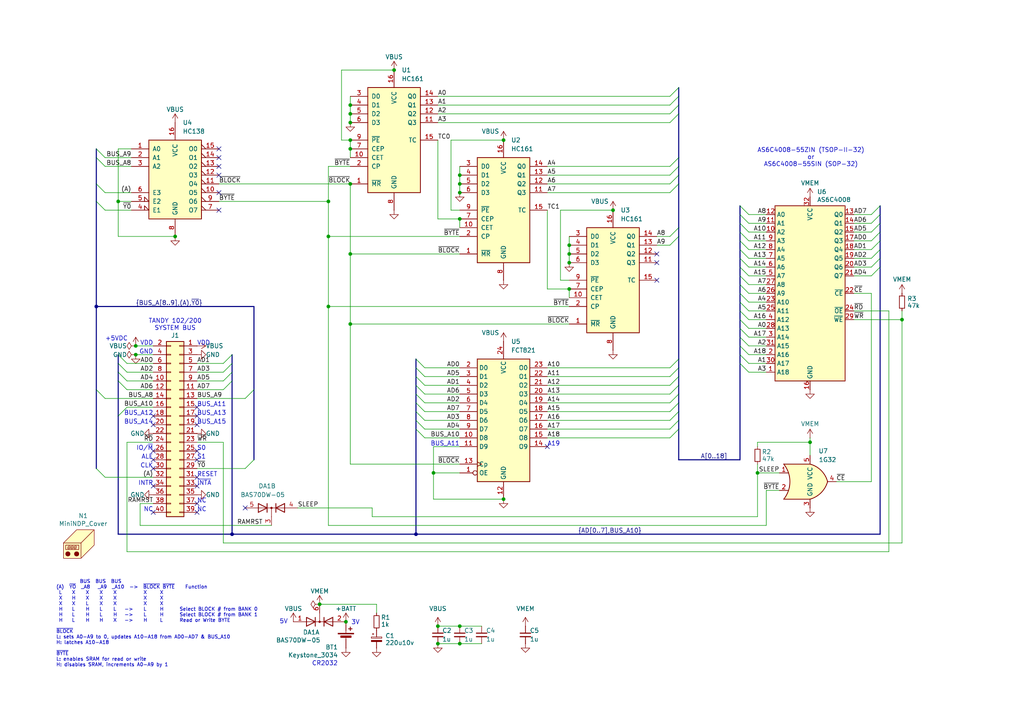
<source format=kicad_sch>
(kicad_sch (version 20231120) (generator "eeschema") (generator_version "8.0")
  (paper "A4")
  (title_block (title "MiniNDP 512") (date "2024-11-17") (rev "B06") (company "Brian K. White - b.kenyon.w@gmail.com") (comment 1 "github.com/bkw777/NODE_DATAPAC") (comment 2 "Use with RAM100.CO or RAM200.CO") (comment 3 "Work-alike of NODE Systems DATAPAC / RAMPAC"))
  (junction (at 34.29 58.42))
  (junction (at 127 181.61))
  (junction (at 101.6 93.98))
  (junction (at 146.05 40.64))
  (junction (at 234.95 128.27))
  (junction (at 133.35 53.34))
  (junction (at 95.25 88.9))
  (junction (at 39.37 100.33))
  (junction (at 114.3 20.32))
  (junction (at 100.33 180.34))
  (junction (at 95.25 58.42))
  (junction (at 120.65 154.94))
  (junction (at 39.37 102.87))
  (junction (at 101.6 53.34))
  (junction (at 177.8 60.96))
  (junction (at 146.05 144.78))
  (junction (at 67.31 154.94))
  (junction (at 165.1 73.66))
  (junction (at 165.1 76.2))
  (junction (at 92.71 175.26))
  (junction (at 165.1 83.82))
  (junction (at 127 186.69))
  (junction (at 101.6 73.66))
  (junction (at 101.6 30.48))
  (junction (at 165.1 71.12))
  (junction (at 219.71 137.16))
  (junction (at 50.8 68.58))
  (junction (at 133.35 186.69))
  (junction (at 125.73 137.16))
  (junction (at 261.62 92.71))
  (junction (at 95.25 68.58))
  (junction (at 133.35 181.61))
  (junction (at 101.6 43.18))
  (junction (at 27.94 88.9))
  (junction (at 133.35 55.88))
  (junction (at 101.6 33.02))
  (junction (at 133.35 50.8))
  (junction (at 101.6 35.56))
  (junction (at 133.35 63.5))
  (junction (at 101.6 40.64))
  (no_connect (at 57.15 138.43))
  (no_connect (at 190.5 73.66))
  (no_connect (at 63.5 50.8))
  (no_connect (at 57.15 123.19))
  (no_connect (at 44.45 148.59))
  (no_connect (at 57.15 130.81))
  (no_connect (at 57.15 148.59))
  (no_connect (at 63.5 60.96))
  (no_connect (at 44.45 130.81))
  (no_connect (at 190.5 81.28))
  (no_connect (at 44.45 120.65))
  (no_connect (at 63.5 55.88))
  (no_connect (at 44.45 123.19))
  (no_connect (at 63.5 43.18))
  (no_connect (at 44.45 140.97))
  (no_connect (at 63.5 45.72))
  (no_connect (at 190.5 76.2))
  (no_connect (at 44.45 133.35))
  (no_connect (at 44.45 135.89))
  (no_connect (at 57.15 146.05))
  (no_connect (at 57.15 120.65))
  (no_connect (at 158.75 129.54))
  (no_connect (at 57.15 133.35))
  (no_connect (at 57.15 140.97))
  (no_connect (at 63.5 48.26))
  (no_connect (at 57.15 118.11))
  (no_connect (at 71.12 147.32))
  (bus_entry (at 194.31 71.12) (size 2.54 -2.54))
  (bus_entry (at 252.73 64.77) (size 2.54 -2.54))
  (bus_entry (at 194.31 27.94) (size 2.54 -2.54))
  (bus_entry (at 36.83 110.49) (size -2.54 -2.54))
  (bus_entry (at 120.65 121.92) (size 2.54 2.54))
  (bus_entry (at 194.31 35.56) (size 2.54 -2.54))
  (bus_entry (at 217.17 72.39) (size -2.54 -2.54))
  (bus_entry (at 34.29 120.65) (size 2.54 -2.54))
  (bus_entry (at 194.31 116.84) (size 2.54 -2.54))
  (bus_entry (at 120.65 124.46) (size 2.54 2.54))
  (bus_entry (at 217.17 74.93) (size -2.54 -2.54))
  (bus_entry (at 217.17 85.09) (size -2.54 -2.54))
  (bus_entry (at 194.31 119.38) (size 2.54 -2.54))
  (bus_entry (at 120.65 116.84) (size 2.54 2.54))
  (bus_entry (at 27.94 53.34) (size 2.54 2.54))
  (bus_entry (at 36.83 113.03) (size -2.54 -2.54))
  (bus_entry (at 217.17 97.79) (size -2.54 -2.54))
  (bus_entry (at 36.83 105.41) (size -2.54 -2.54))
  (bus_entry (at 27.94 43.18) (size 2.54 2.54))
  (bus_entry (at 217.17 80.01) (size -2.54 -2.54))
  (bus_entry (at 217.17 77.47) (size -2.54 -2.54))
  (bus_entry (at 217.17 69.85) (size -2.54 -2.54))
  (bus_entry (at 194.31 53.34) (size 2.54 -2.54))
  (bus_entry (at 217.17 82.55) (size -2.54 -2.54))
  (bus_entry (at 217.17 90.17) (size -2.54 -2.54))
  (bus_entry (at 64.77 105.41) (size 2.54 -2.54))
  (bus_entry (at 73.66 133.35) (size -2.54 2.54))
  (bus_entry (at 194.31 111.76) (size 2.54 -2.54))
  (bus_entry (at 217.17 105.41) (size -2.54 -2.54))
  (bus_entry (at 252.73 72.39) (size 2.54 -2.54))
  (bus_entry (at 194.31 121.92) (size 2.54 -2.54))
  (bus_entry (at 217.17 64.77) (size -2.54 -2.54))
  (bus_entry (at 73.66 113.03) (size -2.54 2.54))
  (bus_entry (at 252.73 74.93) (size 2.54 -2.54))
  (bus_entry (at 120.65 119.38) (size 2.54 2.54))
  (bus_entry (at 217.17 102.87) (size -2.54 -2.54))
  (bus_entry (at 27.94 45.72) (size 2.54 2.54))
  (bus_entry (at 194.31 50.8) (size 2.54 -2.54))
  (bus_entry (at 27.94 58.42) (size 2.54 2.54))
  (bus_entry (at 217.17 87.63) (size -2.54 -2.54))
  (bus_entry (at 252.73 80.01) (size 2.54 -2.54))
  (bus_entry (at 252.73 77.47) (size 2.54 -2.54))
  (bus_entry (at 36.83 107.95) (size -2.54 -2.54))
  (bus_entry (at 64.77 113.03) (size 2.54 -2.54))
  (bus_entry (at 194.31 68.58) (size 2.54 -2.54))
  (bus_entry (at 120.65 104.14) (size 2.54 2.54))
  (bus_entry (at 194.31 109.22) (size 2.54 -2.54))
  (bus_entry (at 217.17 92.71) (size -2.54 -2.54))
  (bus_entry (at 252.73 67.31) (size 2.54 -2.54))
  (bus_entry (at 120.65 114.3) (size 2.54 2.54))
  (bus_entry (at 252.73 62.23) (size 2.54 -2.54))
  (bus_entry (at 217.17 100.33) (size -2.54 -2.54))
  (bus_entry (at 194.31 106.68) (size 2.54 -2.54))
  (bus_entry (at 217.17 95.25) (size -2.54 -2.54))
  (bus_entry (at 194.31 48.26) (size 2.54 -2.54))
  (bus_entry (at 252.73 69.85) (size 2.54 -2.54))
  (bus_entry (at 27.94 113.03) (size 2.54 2.54))
  (bus_entry (at 120.65 111.76) (size 2.54 2.54))
  (bus_entry (at 217.17 107.95) (size -2.54 -2.54))
  (bus_entry (at 194.31 33.02) (size 2.54 -2.54))
  (bus_entry (at 194.31 114.3) (size 2.54 -2.54))
  (bus_entry (at 217.17 62.23) (size -2.54 -2.54))
  (bus_entry (at 64.77 107.95) (size 2.54 -2.54))
  (bus_entry (at 194.31 127) (size 2.54 -2.54))
  (bus_entry (at 120.65 106.68) (size 2.54 2.54))
  (bus_entry (at 120.65 109.22) (size 2.54 2.54))
  (bus_entry (at 217.17 67.31) (size -2.54 -2.54))
  (bus_entry (at 194.31 124.46) (size 2.54 -2.54))
  (bus_entry (at 30.48 138.43) (size -2.54 -2.54))
  (bus_entry (at 194.31 55.88) (size 2.54 -2.54))
  (bus_entry (at 64.77 110.49) (size 2.54 -2.54))
  (bus_entry (at 194.31 30.48) (size 2.54 -2.54))
  (bus (pts (xy 120.65 116.84) (xy 120.65 119.38)))
  (bus (pts (xy 214.63 95.25) (xy 214.63 97.79)))
  (wire (pts (xy 125.73 129.54) (xy 125.73 137.16)))
  (wire (pts (xy 95.25 152.4) (xy 222.25 152.4)))
  (wire (pts (xy 162.56 60.96) (xy 162.56 81.28)))
  (bus (pts (xy 27.94 45.72) (xy 27.94 53.34)))
  (wire (pts (xy 40.64 146.05) (xy 40.64 152.4)))
  (wire (pts (xy 217.17 82.55) (xy 222.25 82.55)))
  (wire (pts (xy 162.56 60.96) (xy 177.8 60.96)))
  (wire (pts (xy 190.5 68.58) (xy 194.31 68.58)))
  (bus (pts (xy 214.63 105.41) (xy 214.63 102.87)))
  (wire (pts (xy 101.6 30.48) (xy 101.6 33.02)))
  (wire (pts (xy 247.65 80.01) (xy 252.73 80.01)))
  (wire (pts (xy 123.19 119.38) (xy 133.35 119.38)))
  (wire (pts (xy 125.73 137.16) (xy 125.73 144.78)))
  (wire (pts (xy 217.17 67.31) (xy 222.25 67.31)))
  (wire (pts (xy 158.75 114.3) (xy 194.31 114.3)))
  (bus (pts (xy 214.63 80.01) (xy 214.63 82.55)))
  (bus (pts (xy 214.63 105.41) (xy 214.63 133.35)))
  (wire (pts (xy 101.6 53.34) (xy 101.6 73.66)))
  (wire (pts (xy 127 27.94) (xy 194.31 27.94)))
  (wire (pts (xy 30.48 55.88) (xy 38.1 55.88)))
  (wire (pts (xy 36.83 113.03) (xy 44.45 113.03)))
  (bus (pts (xy 73.66 88.9) (xy 73.66 113.03)))
  (wire (pts (xy 219.71 137.16) (xy 226.06 137.16)))
  (wire (pts (xy 234.95 127) (xy 234.95 128.27)))
  (wire (pts (xy 30.48 115.57) (xy 44.45 115.57)))
  (bus (pts (xy 214.63 62.23) (xy 214.63 64.77)))
  (wire (pts (xy 101.6 93.98) (xy 101.6 134.62)))
  (bus (pts (xy 196.85 121.92) (xy 196.85 124.46)))
  (bus (pts (xy 34.29 105.41) (xy 34.29 107.95)))
  (wire (pts (xy 95.25 88.9) (xy 165.1 88.9)))
  (wire (pts (xy 165.1 83.82) (xy 158.75 83.82)))
  (bus (pts (xy 196.85 30.48) (xy 196.85 33.02)))
  (bus (pts (xy 196.85 33.02) (xy 196.85 45.72)))
  (wire (pts (xy 217.17 87.63) (xy 222.25 87.63)))
  (wire (pts (xy 107.95 149.86) (xy 107.95 147.32)))
  (wire (pts (xy 63.5 58.42) (xy 95.25 58.42)))
  (wire (pts (xy 36.83 105.41) (xy 44.45 105.41)))
  (wire (pts (xy 123.19 127) (xy 133.35 127)))
  (bus (pts (xy 196.85 133.35) (xy 214.63 133.35)))
  (wire (pts (xy 57.15 115.57) (xy 71.12 115.57)))
  (bus (pts (xy 196.85 50.8) (xy 196.85 53.34)))
  (bus (pts (xy 255.27 69.85) (xy 255.27 72.39)))
  (wire (pts (xy 247.65 74.93) (xy 252.73 74.93)))
  (bus (pts (xy 196.85 114.3) (xy 196.85 116.84)))
  (wire (pts (xy 133.35 50.8) (xy 133.35 53.34)))
  (wire (pts (xy 158.75 127) (xy 194.31 127)))
  (wire (pts (xy 217.17 77.47) (xy 222.25 77.47)))
  (wire (pts (xy 133.35 48.26) (xy 133.35 50.8)))
  (bus (pts (xy 214.63 59.69) (xy 214.63 62.23)))
  (wire (pts (xy 158.75 106.68) (xy 194.31 106.68)))
  (bus (pts (xy 67.31 154.94) (xy 120.65 154.94)))
  (wire (pts (xy 217.17 64.77) (xy 222.25 64.77)))
  (wire (pts (xy 127 181.61) (xy 133.35 181.61)))
  (wire (pts (xy 158.75 124.46) (xy 194.31 124.46)))
  (bus (pts (xy 214.63 77.47) (xy 214.63 80.01)))
  (wire (pts (xy 158.75 116.84) (xy 194.31 116.84)))
  (wire (pts (xy 217.17 90.17) (xy 222.25 90.17)))
  (bus (pts (xy 214.63 74.93) (xy 214.63 77.47)))
  (wire (pts (xy 217.17 100.33) (xy 222.25 100.33)))
  (wire (pts (xy 39.37 100.33) (xy 44.45 100.33)))
  (wire (pts (xy 261.62 92.71) (xy 261.62 157.48)))
  (wire (pts (xy 64.77 128.27) (xy 64.77 157.48)))
  (bus (pts (xy 34.29 120.65) (xy 34.29 154.94)))
  (wire (pts (xy 234.95 128.27) (xy 234.95 132.08)))
  (wire (pts (xy 165.1 83.82) (xy 165.1 86.36)))
  (wire (pts (xy 217.17 69.85) (xy 222.25 69.85)))
  (bus (pts (xy 214.63 69.85) (xy 214.63 72.39)))
  (wire (pts (xy 123.19 116.84) (xy 133.35 116.84)))
  (bus (pts (xy 255.27 72.39) (xy 255.27 74.93)))
  (bus (pts (xy 214.63 82.55) (xy 214.63 85.09)))
  (wire (pts (xy 219.71 134.62) (xy 219.71 137.16)))
  (wire (pts (xy 57.15 105.41) (xy 64.77 105.41)))
  (wire (pts (xy 190.5 71.12) (xy 194.31 71.12)))
  (wire (pts (xy 36.83 110.49) (xy 44.45 110.49)))
  (bus (pts (xy 27.94 113.03) (xy 27.94 135.89)))
  (wire (pts (xy 133.35 181.61) (xy 139.7 181.61)))
  (bus (pts (xy 196.85 111.76) (xy 196.85 114.3)))
  (bus (pts (xy 255.27 64.77) (xy 255.27 67.31)))
  (wire (pts (xy 133.35 53.34) (xy 133.35 55.88)))
  (bus (pts (xy 196.85 106.68) (xy 196.85 109.22)))
  (bus (pts (xy 196.85 116.84) (xy 196.85 119.38)))
  (wire (pts (xy 158.75 119.38) (xy 194.31 119.38)))
  (bus (pts (xy 196.85 25.4) (xy 196.85 27.94)))
  (wire (pts (xy 217.17 97.79) (xy 222.25 97.79)))
  (bus (pts (xy 120.65 114.3) (xy 120.65 116.84)))
  (wire (pts (xy 95.25 68.58) (xy 95.25 88.9)))
  (wire (pts (xy 127 40.64) (xy 127 63.5)))
  (wire (pts (xy 127 35.56) (xy 194.31 35.56)))
  (bus (pts (xy 196.85 109.22) (xy 196.85 111.76)))
  (bus (pts (xy 73.66 113.03) (xy 73.66 133.35)))
  (wire (pts (xy 247.65 92.71) (xy 261.62 92.71)))
  (wire (pts (xy 247.65 69.85) (xy 252.73 69.85)))
  (wire (pts (xy 123.19 106.68) (xy 133.35 106.68)))
  (bus (pts (xy 34.29 110.49) (xy 34.29 120.65)))
  (wire (pts (xy 57.15 128.27) (xy 64.77 128.27)))
  (bus (pts (xy 196.85 124.46) (xy 196.85 133.35)))
  (wire (pts (xy 123.19 124.46) (xy 133.35 124.46)))
  (wire (pts (xy 99.06 20.32) (xy 99.06 40.64)))
  (wire (pts (xy 217.17 62.23) (xy 222.25 62.23)))
  (wire (pts (xy 158.75 109.22) (xy 194.31 109.22)))
  (wire (pts (xy 39.37 102.87) (xy 44.45 102.87)))
  (bus (pts (xy 196.85 53.34) (xy 196.85 66.04)))
  (wire (pts (xy 222.25 142.24) (xy 226.06 142.24)))
  (wire (pts (xy 101.6 27.94) (xy 101.6 30.48)))
  (bus (pts (xy 196.85 66.04) (xy 196.85 68.58)))
  (wire (pts (xy 95.25 68.58) (xy 133.35 68.58)))
  (bus (pts (xy 255.27 62.23) (xy 255.27 64.77)))
  (wire (pts (xy 63.5 53.34) (xy 101.6 53.34)))
  (wire (pts (xy 127 63.5) (xy 133.35 63.5)))
  (wire (pts (xy 109.22 175.26) (xy 92.71 175.26)))
  (wire (pts (xy 101.6 40.64) (xy 101.6 43.18)))
  (bus (pts (xy 27.94 53.34) (xy 27.94 58.42)))
  (wire (pts (xy 34.29 58.42) (xy 34.29 68.58)))
  (bus (pts (xy 120.65 124.46) (xy 120.65 154.94)))
  (bus (pts (xy 255.27 74.93) (xy 255.27 77.47)))
  (bus (pts (xy 214.63 72.39) (xy 214.63 74.93)))
  (bus (pts (xy 67.31 105.41) (xy 67.31 107.95)))
  (wire (pts (xy 101.6 43.18) (xy 101.6 45.72)))
  (bus (pts (xy 214.63 64.77) (xy 214.63 67.31)))
  (bus (pts (xy 255.27 59.69) (xy 255.27 62.23)))
  (bus (pts (xy 214.63 85.09) (xy 214.63 87.63)))
  (bus (pts (xy 67.31 107.95) (xy 67.31 110.49)))
  (wire (pts (xy 247.65 72.39) (xy 252.73 72.39)))
  (wire (pts (xy 158.75 50.8) (xy 194.31 50.8)))
  (bus (pts (xy 214.63 97.79) (xy 214.63 100.33)))
  (wire (pts (xy 123.19 111.76) (xy 133.35 111.76)))
  (wire (pts (xy 99.06 20.32) (xy 114.3 20.32)))
  (wire (pts (xy 95.25 48.26) (xy 101.6 48.26)))
  (wire (pts (xy 217.17 85.09) (xy 222.25 85.09)))
  (bus (pts (xy 214.63 90.17) (xy 214.63 92.71)))
  (bus (pts (xy 120.65 109.22) (xy 120.65 111.76)))
  (wire (pts (xy 165.1 73.66) (xy 165.1 76.2)))
  (wire (pts (xy 95.25 88.9) (xy 95.25 152.4)))
  (bus (pts (xy 34.29 107.95) (xy 34.29 110.49)))
  (wire (pts (xy 165.1 68.58) (xy 165.1 71.12)))
  (wire (pts (xy 219.71 128.27) (xy 234.95 128.27)))
  (wire (pts (xy 130.81 40.64) (xy 130.81 60.96)))
  (wire (pts (xy 158.75 55.88) (xy 194.31 55.88)))
  (bus (pts (xy 255.27 77.47) (xy 255.27 154.94)))
  (wire (pts (xy 34.29 68.58) (xy 50.8 68.58)))
  (wire (pts (xy 57.15 107.95) (xy 64.77 107.95)))
  (wire (pts (xy 158.75 83.82) (xy 158.75 60.96)))
  (wire (pts (xy 158.75 53.34) (xy 194.31 53.34)))
  (wire (pts (xy 158.75 121.92) (xy 194.31 121.92)))
  (wire (pts (xy 130.81 60.96) (xy 133.35 60.96)))
  (wire (pts (xy 217.17 72.39) (xy 222.25 72.39)))
  (wire (pts (xy 242.57 139.7) (xy 252.73 139.7)))
  (wire (pts (xy 217.17 80.01) (xy 222.25 80.01)))
  (bus (pts (xy 27.94 43.18) (xy 27.94 45.72)))
  (wire (pts (xy 222.25 142.24) (xy 222.25 152.4)))
  (bus (pts (xy 255.27 67.31) (xy 255.27 69.85)))
  (bus (pts (xy 196.85 48.26) (xy 196.85 50.8)))
  (bus (pts (xy 67.31 102.87) (xy 67.31 105.41)))
  (wire (pts (xy 247.65 67.31) (xy 252.73 67.31)))
  (wire (pts (xy 162.56 81.28) (xy 165.1 81.28)))
  (wire (pts (xy 123.19 114.3) (xy 133.35 114.3)))
  (bus (pts (xy 214.63 100.33) (xy 214.63 102.87)))
  (wire (pts (xy 34.29 43.18) (xy 34.29 58.42)))
  (wire (pts (xy 217.17 107.95) (xy 222.25 107.95)))
  (wire (pts (xy 247.65 64.77) (xy 252.73 64.77)))
  (bus (pts (xy 120.65 119.38) (xy 120.65 121.92)))
  (wire (pts (xy 247.65 62.23) (xy 252.73 62.23)))
  (bus (pts (xy 120.65 106.68) (xy 120.65 109.22)))
  (wire (pts (xy 130.81 40.64) (xy 146.05 40.64)))
  (wire (pts (xy 217.17 102.87) (xy 222.25 102.87)))
  (bus (pts (xy 196.85 27.94) (xy 196.85 30.48)))
  (wire (pts (xy 247.65 77.47) (xy 252.73 77.47)))
  (wire (pts (xy 36.83 128.27) (xy 36.83 160.02)))
  (wire (pts (xy 36.83 107.95) (xy 44.45 107.95)))
  (bus (pts (xy 196.85 104.14) (xy 196.85 106.68)))
  (wire (pts (xy 95.25 58.42) (xy 95.25 68.58)))
  (wire (pts (xy 57.15 113.03) (xy 64.77 113.03)))
  (bus (pts (xy 196.85 45.72) (xy 196.85 48.26)))
  (bus (pts (xy 27.94 88.9) (xy 27.94 113.03)))
  (wire (pts (xy 34.29 43.18) (xy 38.1 43.18)))
  (wire (pts (xy 261.62 90.17) (xy 261.62 92.71)))
  (wire (pts (xy 101.6 93.98) (xy 165.1 93.98)))
  (wire (pts (xy 44.45 128.27) (xy 36.83 128.27)))
  (wire (pts (xy 261.62 157.48) (xy 64.77 157.48)))
  (wire (pts (xy 57.15 110.49) (xy 64.77 110.49)))
  (wire (pts (xy 30.48 48.26) (xy 38.1 48.26)))
  (wire (pts (xy 252.73 85.09) (xy 252.73 139.7)))
  (bus (pts (xy 214.63 92.71) (xy 214.63 95.25)))
  (wire (pts (xy 127 30.48) (xy 194.31 30.48)))
  (wire (pts (xy 125.73 129.54) (xy 133.35 129.54)))
  (bus (pts (xy 27.94 88.9) (xy 73.66 88.9)))
  (wire (pts (xy 57.15 135.89) (xy 71.12 135.89)))
  (wire (pts (xy 101.6 73.66) (xy 133.35 73.66)))
  (bus (pts (xy 27.94 58.42) (xy 27.94 88.9)))
  (wire (pts (xy 123.19 109.22) (xy 133.35 109.22)))
  (wire (pts (xy 109.22 177.8) (xy 109.22 175.26)))
  (bus (pts (xy 120.65 154.94) (xy 255.27 154.94)))
  (wire (pts (xy 101.6 33.02) (xy 101.6 35.56)))
  (wire (pts (xy 217.17 105.41) (xy 222.25 105.41)))
  (bus (pts (xy 67.31 110.49) (xy 67.31 154.94)))
  (wire (pts (xy 40.64 146.05) (xy 44.45 146.05)))
  (wire (pts (xy 127 33.02) (xy 194.31 33.02)))
  (wire (pts (xy 101.6 73.66) (xy 101.6 93.98)))
  (bus (pts (xy 196.85 68.58) (xy 196.85 104.14)))
  (wire (pts (xy 125.73 144.78) (xy 146.05 144.78)))
  (bus (pts (xy 120.65 111.76) (xy 120.65 114.3)))
  (wire (pts (xy 125.73 137.16) (xy 133.35 137.16)))
  (wire (pts (xy 127 186.69) (xy 133.35 186.69)))
  (wire (pts (xy 36.83 118.11) (xy 44.45 118.11)))
  (wire (pts (xy 219.71 128.27) (xy 219.71 129.54)))
  (wire (pts (xy 217.17 74.93) (xy 222.25 74.93)))
  (wire (pts (xy 252.73 85.09) (xy 247.65 85.09)))
  (wire (pts (xy 158.75 48.26) (xy 194.31 48.26)))
  (wire (pts (xy 165.1 71.12) (xy 165.1 73.66)))
  (bus (pts (xy 214.63 87.63) (xy 214.63 90.17)))
  (wire (pts (xy 247.65 90.17) (xy 257.81 90.17)))
  (wire (pts (xy 133.35 63.5) (xy 133.35 66.04)))
  (bus (pts (xy 214.63 67.31) (xy 214.63 69.85)))
  (wire (pts (xy 30.48 60.96) (xy 38.1 60.96)))
  (wire (pts (xy 123.19 121.92) (xy 133.35 121.92)))
  (wire (pts (xy 257.81 160.02) (xy 257.81 90.17)))
  (wire (pts (xy 101.6 40.64) (xy 99.06 40.64)))
  (wire (pts (xy 30.48 138.43) (xy 44.45 138.43)))
  (bus (pts (xy 34.29 102.87) (xy 34.29 105.41)))
  (wire (pts (xy 217.17 92.71) (xy 222.25 92.71)))
  (wire (pts (xy 95.25 48.26) (xy 95.25 58.42)))
  (wire (pts (xy 30.48 45.72) (xy 38.1 45.72)))
  (bus (pts (xy 120.65 121.92) (xy 120.65 124.46)))
  (wire (pts (xy 158.75 111.76) (xy 194.31 111.76)))
  (wire (pts (xy 40.64 152.4) (xy 78.74 152.4)))
  (wire (pts (xy 133.35 186.69) (xy 139.7 186.69)))
  (wire (pts (xy 107.95 149.86) (xy 219.71 149.86)))
  (wire (pts (xy 219.71 137.16) (xy 219.71 149.86)))
  (wire (pts (xy 217.17 95.25) (xy 222.25 95.25)))
  (bus (pts (xy 120.65 104.14) (xy 120.65 106.68)))
  (bus (pts (xy 34.29 154.94) (xy 67.31 154.94)))
  (bus (pts (xy 196.85 119.38) (xy 196.85 121.92)))
  (wire (pts (xy 107.95 147.32) (xy 86.36 147.32)))
  (wire (pts (xy 34.29 58.42) (xy 38.1 58.42)))
  (wire (pts (xy 101.6 134.62) (xy 133.35 134.62)))
  (wire (pts (xy 36.83 160.02) (xy 257.81 160.02)))
  (text "BUS_A11" (at 57.15 118.11 0) (effects (font (size 1.27 1.27)) (justify left bottom)))
  (text "TANDY 102/200\nSYSTEM BUS" (at 50.8 96.012 0) (effects (font (size 1.27 1.27)) (justify bottom)))
  (text "+5VDC" (at 30.48 99.06 0) (effects (font (size 1.27 1.27)) (justify left bottom)))
  (text "BUS_A15" (at 57.15 123.19 0) (effects (font (size 1.27 1.27)) (justify left bottom)))
  (text "INTR" (at 44.45 140.97 0) (effects (font (size 1.27 1.27)) (justify right bottom)))
  (text "BUS_A14" (at 44.45 123.19 0) (effects (font (size 1.27 1.27)) (justify right bottom)))
  (text "ALE" (at 44.45 133.35 0) (effects (font (size 1.27 1.27)) (justify right bottom)))
  (text "S1" (at 57.15 133.35 0) (effects (font (size 1.27 1.27)) (justify left bottom)))
  (text "AS6C4008-55ZIN (TSOP-II-32)\nor\nAS6C4008-55SIN (SOP-32)" (at 235.204 45.72 0) (effects (font (size 1.27 1.27))))
  (text "NC" (at 57.15 148.59 0) (effects (font (size 1.27 1.27)) (justify left bottom)))
  (text "NC" (at 57.15 146.05 0) (effects (font (size 1.27 1.27)) (justify left bottom)))
  (text "~{INTA}" (at 57.15 140.97 0) (effects (font (size 1.27 1.27)) (justify left bottom)))
  (text "CR2032" (at 94.234 192.532 0) (effects (font (size 1.27 1.27))))
  (text "CLK" (at 44.45 135.89 0) (effects (font (size 1.27 1.27)) (justify right bottom)))
  (text "GND" (at 44.45 102.87 0) (effects (font (size 1.27 1.27)) (justify right bottom)))
  (text "IO/~{M}" (at 44.45 130.81 0) (effects (font (size 1.27 1.27)) (justify right bottom)))
  (text "VDD" (at 44.45 100.33 0) (effects (font (size 1.27 1.27)) (justify right bottom)))
  (text "BUS_A11" (at 133.35 129.54 0) (effects (font (size 1.27 1.27)) (justify right bottom)))
  (text "3V" (at 101.854 181.356 0) (effects (font (size 1.27 1.27)) (justify left bottom)))
  (text "S0" (at 57.15 130.81 0) (effects (font (size 1.27 1.27)) (justify left bottom)))
  (text "RESET" (at 57.15 138.43 0) (effects (font (size 1.27 1.27)) (justify left bottom)))
  (text "A19" (at 158.75 129.54 0) (effects (font (size 1.27 1.27)) (justify left bottom)))
  (text "	    BUS  BUS  BUS\n(A)	~{YO}  _A8   _A9  _A10  ->  ~{BLOCK} ~{BYTE}    Function\n L	 X	 X	 X	 X		  X	   X\n X	 H	 X	 X	 X		  X	   X\n X	 X	 L	 X	 X		  X	   X\n H	 L	 H	 L	 L	->    L	   H	Select BLOCK # from BANK 0\n H	 L	 H	 L	 H	->    L	   H	Select BLOCK # from BANK 1\n H	 L	 H	 H	 X	->    H	   L	Read or Write BYTE\n\n~{BLOCK}\nL: sets A0-A9 to 0, updates A10-A18 from AD0-AD7 & BUS_A10\nH: latches A10-A18\n\n~{BYTE}\nL: enables SRAM for read or write\nH: disables SRAM, increments A0-A9 by 1\n" (at 16.256 193.548 0) (effects (font (size 1 1)) (justify left bottom)))
  (text "NC" (at 44.45 148.59 0) (effects (font (size 1.27 1.27)) (justify right bottom)))
  (text "VDD" (at 57.15 100.33 0) (effects (font (size 1.27 1.27)) (justify left bottom)))
  (text "5V" (at 81.026 181.102 0) (effects (font (size 1.27 1.27)) (justify left bottom)))
  (text "BUS_A13" (at 57.15 120.65 0) (effects (font (size 1.27 1.27)) (justify left bottom)))
  (text "BUS_A12" (at 44.45 120.65 0) (effects (font (size 1.27 1.27)) (justify right bottom)))
  (label "BUS_A8" (at 44.45 115.57 180))
  (label "~{RD}" (at 247.65 90.17 0))
  (label "A17" (at 158.75 124.46 0))
  (label "AD3" (at 57.15 107.95 0))
  (label "A5" (at 158.75 50.8 0))
  (label "A1" (at 222.25 105.41 180))
  (label "~{CE}" (at 247.65 85.09 0))
  (label "A7" (at 222.25 82.55 180))
  (label "A2" (at 127 33.02 0))
  (label "AD5" (at 133.35 109.22 180))
  (label "A13" (at 222.25 74.93 180))
  (label "AD0" (at 247.65 69.85 0))
  (label "A1" (at 127 30.48 0))
  (label "~{CE}" (at 242.57 139.7 0))
  (label "~{BLOCK}" (at 133.35 73.66 180))
  (label "A16" (at 222.25 92.71 180))
  (label "A11" (at 158.75 109.22 0))
  (label "AD6" (at 133.35 114.3 180))
  (label "~{Y0}" (at 38.1 60.96 180))
  (label "AD1" (at 57.15 105.41 0))
  (label "A6" (at 158.75 53.34 0))
  (label "A7" (at 158.75 55.88 0))
  (label "{AD[0..7],BUS_A10}" (at 167.64 154.94 0))
  (label "A9" (at 190.5 71.12 0))
  (label "AD5" (at 247.65 67.31 0))
  (label "A10" (at 158.75 106.68 0))
  (label "RAMRST" (at 44.45 146.05 180))
  (label "AD7" (at 57.15 113.03 0))
  (label "A0" (at 127 27.94 0))
  (label "AD2" (at 44.45 107.95 180))
  (label "~{Y0}" (at 57.15 135.89 0))
  (label "AD1" (at 247.65 72.39 0))
  (label "A12" (at 158.75 111.76 0))
  (label "A17" (at 222.25 97.79 180))
  (label "AD0" (at 133.35 106.68 180))
  (label "A3" (at 222.25 107.95 180))
  (label "A[0..18]" (at 203.2 133.35 0))
  (label "A8" (at 222.25 62.23 180))
  (label "(A)" (at 38.1 55.88 180))
  (label "A18" (at 222.25 102.87 180))
  (label "A18" (at 158.75 127 0))
  (label "RAMRST" (at 76.2 152.4 180))
  (label "AD6" (at 44.45 113.03 180))
  (label "A2" (at 222.25 100.33 180))
  (label "A15" (at 222.25 80.01 180))
  (label "~{BLOCK}" (at 63.5 53.34 0))
  (label "A6" (at 222.25 85.09 180))
  (label "A9" (at 222.25 64.77 180))
  (label "~{BLOCK}" (at 165.1 93.98 180))
  (label "AD4" (at 133.35 124.46 180))
  (label "~{BYTE}" (at 101.6 48.26 180))
  (label "AD7" (at 247.65 62.23 0))
  (label "AD4" (at 247.65 80.01 0))
  (label "AD2" (at 133.35 116.84 180))
  (label "A15" (at 158.75 119.38 0))
  (label "A13" (at 158.75 114.3 0))
  (label "BUS_A10" (at 133.35 127 180))
  (label "A8" (at 190.5 68.58 0))
  (label "~{BYTE}" (at 165.1 88.9 180))
  (label "~{BYTE}" (at 133.35 68.58 180))
  (label "BUS_A10" (at 44.45 118.11 180))
  (label "AD0" (at 44.45 105.41 180))
  (label "~{WR}" (at 247.65 92.71 0))
  (label "A16" (at 158.75 121.92 0))
  (label "A4" (at 158.75 48.26 0))
  (label "AD3" (at 247.65 77.47 0))
  (label "{BUS_A[8..9],(A),~{Y0}}" (at 39.37 88.9 0))
  (label "A3" (at 127 35.56 0))
  (label "BUS_A9" (at 38.1 45.72 180))
  (label "AD4" (at 44.45 110.49 180))
  (label "A11" (at 222.25 69.85 180))
  (label "A12" (at 222.25 72.39 180))
  (label "A0" (at 222.25 95.25 180))
  (label "~{BLOCK}" (at 133.35 134.62 180))
  (label "A14" (at 158.75 116.84 0))
  (label "A5" (at 222.25 90.17 180))
  (label "SLEEP" (at 226.06 137.16 180))
  (label "BUS_A8" (at 38.1 48.26 180))
  (label "AD2" (at 247.65 74.93 0))
  (label "AD7" (at 133.35 119.38 180))
  (label "A14" (at 222.25 77.47 180))
  (label "AD1" (at 133.35 111.76 180))
  (label "~{WR}" (at 57.15 128.27 0))
  (label "~{BYTE}" (at 226.06 142.24 180))
  (label "(A)" (at 44.45 138.43 180))
  (label "A10" (at 222.25 67.31 180))
  (label "BUS_A9" (at 57.15 115.57 0))
  (label "AD6" (at 247.65 64.77 0))
  (label "TC0" (at 127 40.64 0))
  (label "TC1" (at 158.75 60.96 0))
  (label "~{RD}" (at 44.45 128.27 180))
  (label "AD5" (at 57.15 110.49 0))
  (label "~{BLOCK}" (at 101.6 53.34 180))
  (label "~{BYTE}" (at 63.5 58.42 0))
  (label "SLEEP" (at 86.36 147.32 0))
  (label "A4" (at 222.25 87.63 180))
  (label "AD3" (at 133.35 121.92 180))
  (symbol (lib_id "000_LOCAL:C_Polarized") (at 109.22 185.42 0) (unit 1)
    (property "Reference" "C1" (at 111.76 184.404 0) (effects (justify left)))
    (property "Value" "220u10v" (at 111.76 186.436 0) (effects (justify left)))
    (property "Footprint" "000_LOCAL:CP_6032" (effects (hide yes)))
    (property "Datasheet" "datasheets/TAJ.odf" (effects (hide yes)))
    (property "Description" "CAP TANT 220UF 10% 10V 2312" (effects (hide yes)))
    (property "MPN" "TAJC227K010RNJ" (effects (hide yes)))
  )
  (symbol (lib_name "74xx161_1") (lib_id "000_LOCAL:74xx161") (at 177.8 81.28 0) (unit 1)
    (property "Reference" "U3" (at 179.9941 60.96 0) (effects (justify left)))
    (property "Value" "HC161" (at 179.9941 63.5 0) (effects (justify left)))
    (property "Footprint" "000_LOCAL:TSSOP-16" (effects (hide yes)))
    (property "Datasheet" "datasheets/HC161.pdf" (effects (hide yes)))
    (property "Description" "IC BINARY COUNTER 4-BIT 16TSSOP" (effects (hide yes)))
    (property "MPN" "74HC161PW,118" (effects (hide yes)))
  )
  (symbol (lib_id "power:GND") (at 165.1 76.2 0) (unit 1)
    (property "Reference" "#PWR034" (effects (hide yes)))
    (property "Value" "GND" (effects (hide yes)))
    (property "Description" "Power symbol creates a global label with name \"GND\" , ground" (effects (hide yes)))
  )
  (symbol (lib_id "000_LOCAL:AS6C4008_DIP") (at 234.95 82.55 0) (unit 1)
    (property "Reference" "U6" (at 236.982 55.626 0) (effects (justify left)))
    (property "Value" "AS6C4008" (at 236.982 57.912 0) (effects (justify left)))
    (property "Footprint" "000_LOCAL:TSOP-II-SOP-32_dual" (effects (hide yes)))
    (property "Datasheet" "datasheets/AS6C4008.pdf" (effects (hide yes)))
    (property "Description" "IC SRAM 512Kx8 PARALLEL 5v TSOP-II-32" (effects (hide yes)))
    (property "MPN" "AS6C4008-55ZIN" (effects (hide yes)))
  )
  (symbol (lib_id "power:GND") (at 57.15 143.51 90) (unit 1)
    (property "Reference" "#PWR08" (effects (hide yes)))
    (property "Value" "GND" (at 59.69 143.51 90) (effects (justify right)))
    (property "Description" "Power symbol creates a global label with name \"GND\" , ground" (effects (hide yes)))
  )
  (symbol (lib_id "power:VMEM") (at 92.71 175.26 0) (unit 1)
    (property "Reference" "#PWR010" (effects (hide yes)))
    (property "Value" "VMEM" (at 92.71 171.45 0))
    (property "Description" "Power symbol creates a global label with name \"VMEM\"" (effects (hide yes)))
  )
  (symbol (lib_id "power:VBUS") (at 39.37 100.33 0) (unit 1)
    (property "Reference" "#PWR01" (effects (hide yes)))
    (property "Value" "VBUS" (at 36.83 100.33 0) (effects (justify right)))
    (property "Description" "Power symbol creates a global label with name \"VBUS\"" (effects (hide yes)))
  )
  (symbol (lib_id "power:GND") (at 234.95 113.03 0) (unit 1)
    (property "Reference" "#PWR026" (effects (hide yes)))
    (property "Value" "GND" (effects (hide yes)))
    (property "Description" "Power symbol creates a global label with name \"GND\" , ground" (effects (hide yes)))
  )
  (symbol (lib_id "000_LOCAL:74xx821") (at 146.05 119.38 0) (unit 1)
    (property "Reference" "U5" (at 148.2441 99.06 0) (effects (justify left)))
    (property "Value" "FCT821" (at 148.2441 101.6 0) (effects (justify left)))
    (property "Footprint" "000_LOCAL:SOIC-24" (effects (hide yes)))
    (property "Datasheet" "datasheets/CY74FCT821T.pdf" (effects (hide yes)))
    (property "Description" "IC FF D-TYPE SNGL 10BIT 24SOIC" (effects (hide yes)))
    (property "MPN" "CY74FCT821BTSOC" (effects (hide yes)))
  )
  (symbol (lib_id "000_LOCAL:Battery_Cell") (at 100.33 185.42 0) (unit 1)
    (property "Reference" "BT1" (at 98.044 187.706 0) (effects (justify right)))
    (property "Value" "Keystone_3034" (at 98.044 189.992 0) (effects (justify right)))
    (property "Footprint" "000_LOCAL:Keystone_3028_3034" (effects (hide yes)))
    (property "Datasheet" "datasheets/Keystone_3034.pdf" (effects (hide yes)))
    (property "Description" "SMT 20mm x 3.2mm coin cell holder" (effects (hide yes)))
    (property "MPN" "Keystone 3034" (effects (hide yes)))
  )
  (symbol (lib_id "power:GND") (at 50.8 68.58 0) (unit 1)
    (property "Reference" "#PWR022" (effects (hide yes)))
    (property "Value" "GND" (effects (hide yes)))
    (property "Description" "Power symbol creates a global label with name \"GND\" , ground" (effects (hide yes)))
  )
  (symbol (lib_id "power:GND") (at 44.45 125.73 270) (unit 1)
    (property "Reference" "#PWR05" (effects (hide yes)))
    (property "Value" "GND" (at 41.91 125.73 90) (effects (justify right)))
    (property "Description" "Power symbol creates a global label with name \"GND\" , ground" (effects (hide yes)))
  )
  (symbol (lib_id "power:VMEM") (at 234.95 57.15 0) (unit 1)
    (property "Reference" "#PWR012" (effects (hide yes)))
    (property "Value" "VMEM" (at 234.95 53.086 0))
    (property "Description" "Power symbol creates a global label with name \"VMEM\"" (effects (hide yes)))
  )
  (symbol (lib_id "power:PWR_FLAG") (at 39.37 100.33 90) (unit 1)
    (property "Reference" "#FLG01" (effects (hide yes)))
    (property "Value" "PWR_FLAG" (effects (hide yes)))
    (property "Description" "Special symbol for telling ERC where power comes from" (effects (hide yes)))
  )
  (symbol (lib_id "000_LOCAL:BAV70S") (at 92.71 180.34 0) (mirror x) (unit 1)
    (property "Reference" "DA1" (at 92.71 183.388 0) (effects (justify right)))
    (property "Value" "BAS70DW-05" (at 92.964 185.674 0) (effects (justify right)))
    (property "Footprint" "000_LOCAL:SOT-363_SC-70-6_symmetric" (effects (hide yes)))
    (property "Datasheet" "datasheets/BAS70.pdf" (effects (hide yes)))
    (property "Description" "DIODE ARR SCHOTT 70V 70MA SOT363 2-PAIR COMMON-CATHODE" (effects (hide yes)))
    (property "MPN" "BAS70DW-05-7-F" (effects (hide yes)))
  )
  (symbol (lib_id "power:GND") (at 100.33 187.96 0) (unit 1)
    (property "Reference" "#PWR058" (effects (hide yes)))
    (property "Value" "GND" (effects (hide yes)))
    (property "Description" "Power symbol creates a global label with name \"GND\" , ground" (effects (hide yes)))
  )
  (symbol (lib_id "power:GND") (at 146.05 81.28 0) (unit 1)
    (property "Reference" "#PWR019" (effects (hide yes)))
    (property "Value" "GND" (effects (hide yes)))
    (property "Description" "Power symbol creates a global label with name \"GND\" , ground" (effects (hide yes)))
  )
  (symbol (lib_id "power:GND") (at 44.45 143.51 270) (unit 1)
    (property "Reference" "#PWR07" (effects (hide yes)))
    (property "Value" "GND" (at 41.91 143.51 90) (effects (justify right)))
    (property "Description" "Power symbol creates a global label with name \"GND\" , ground" (effects (hide yes)))
  )
  (symbol (lib_id "power:VBUS") (at 57.15 100.33 270) (unit 1)
    (property "Reference" "#PWR042" (effects (hide yes)))
    (property "Value" "VBUS" (at 62.23 100.33 90))
    (property "Description" "Power symbol creates a global label with name \"VBUS\"" (effects (hide yes)))
  )
  (symbol (lib_id "power:GND") (at 39.37 102.87 0) (unit 1)
    (property "Reference" "#PWR03" (effects (hide yes)))
    (property "Value" "GND" (at 36.83 102.87 0) (effects (justify right)))
    (property "Description" "Power symbol creates a global label with name \"GND\" , ground" (effects (hide yes)))
  )
  (symbol (lib_name "74xx161_1") (lib_id "000_LOCAL:74xx161") (at 114.3 40.64 0) (unit 1)
    (property "Reference" "U1" (at 116.4941 20.32 0) (effects (justify left)))
    (property "Value" "HC161" (at 116.4941 22.86 0) (effects (justify left)))
    (property "Footprint" "000_LOCAL:TSSOP-16" (effects (hide yes)))
    (property "Datasheet" "datasheets/HC161.pdf" (effects (hide yes)))
    (property "Description" "IC BINARY COUNTER 4-BIT 16TSSOP" (effects (hide yes)))
    (property "MPN" "74HC161PW,118" (effects (hide yes)))
  )
  (symbol (lib_id "000_LOCAL:BAV70S") (at 78.74 147.32 0) (mirror y) (unit 2)
    (property "Reference" "DA1" (at 77.47 140.97 0))
    (property "Value" "BAS70DW-05" (at 76.2 143.51 0))
    (property "Footprint" "000_LOCAL:SOT-363_SC-70-6_symmetric" (effects (hide yes)))
    (property "Datasheet" "datasheets/BAS70.pdf" (effects (hide yes)))
    (property "Description" "DIODE ARR SCHOTT 70V 70MA SOT363 2-PAIR COMMON-CATHODE" (effects (hide yes)))
    (property "MPN" "BAS70DW-05-7-F" (effects (hide yes)))
  )
  (symbol (lib_id "power:VMEM") (at 152.4 181.61 0) (unit 1) (on_board no)
    (property "Reference" "#PWR055" (effects (hide yes)))
    (property "Value" "VMEM" (at 152.4 176.53 0))
    (property "Description" "Power symbol creates a global label with name \"VMEM\"" (effects (hide yes)))
  )
  (symbol (lib_id "000_LOCAL:74xx138") (at 50.8 50.8 0) (unit 1)
    (property "Reference" "U4" (at 52.9941 35.56 0) (effects (justify left)))
    (property "Value" "HC138" (at 52.9941 38.1 0) (effects (justify left)))
    (property "Footprint" "000_LOCAL:TSSOP-16" (effects (hide yes)))
    (property "Datasheet" "datasheets/HC138.pdf" (effects (hide yes)))
    (property "Description" "IC DECODER/DEMUX 1X3:8 16TSSOP" (effects (hide yes)))
    (property "MPN" "74HC138PW,118" (effects (hide yes)))
  )
  (symbol (lib_name "74xx161_1") (lib_id "000_LOCAL:74xx161") (at 146.05 60.96 0) (unit 1)
    (property "Reference" "U2" (at 148.2441 40.64 0) (effects (justify left)))
    (property "Value" "HC161" (at 148.2441 43.18 0) (effects (justify left)))
    (property "Footprint" "000_LOCAL:TSSOP-16" (effects (hide yes)))
    (property "Datasheet" "datasheets/HC161.pdf" (effects (hide yes)))
    (property "Description" "IC BINARY COUNTER 4-BIT 16TSSOP" (effects (hide yes)))
    (property "MPN" "74HC161PW,118" (effects (hide yes)))
  )
  (symbol (lib_id "power:GND") (at 133.35 55.88 0) (unit 1)
    (property "Reference" "#PWR039" (effects (hide yes)))
    (property "Value" "GND" (effects (hide yes)))
    (property "Description" "Power symbol creates a global label with name \"GND\" , ground" (effects (hide yes)))
  )
  (symbol (lib_id "000_LOCAL:74xx1G32") (at 234.95 139.7 0) (unit 1)
    (property "Reference" "U7" (at 238.76 130.81 0))
    (property "Value" "1G32" (at 240.03 133.35 0))
    (property "Footprint" "000_LOCAL:SOT-353_SC-70-5" (effects (hide yes)))
    (property "Datasheet" "datasheets/LVC1G32.pdf" (effects (hide yes)))
    (property "Description" "IC GATE OR 1CH 2-INP 5TSSOP" (effects (hide yes)))
    (property "MPN" "74LVC1G32GW,125" (effects (hide yes)))
  )
  (symbol (lib_id "power:PWR_FLAG") (at 39.37 102.87 90) (unit 1)
    (property "Reference" "#FLG03" (effects (hide yes)))
    (property "Value" "PWR_FLAG" (effects (hide yes)))
    (property "Description" "Special symbol for telling ERC where power comes from" (effects (hide yes)))
  )
  (symbol (lib_id "power:GND") (at 127 186.69 0) (unit 1)
    (property "Reference" "#PWR023" (effects (hide yes)))
    (property "Value" "GND" (effects (hide yes)))
    (property "Description" "Power symbol creates a global label with name \"GND\" , ground" (effects (hide yes)))
  )
  (symbol (lib_id "power:+BATT") (at 100.33 180.34 0) (unit 1)
    (property "Reference" "#PWR027" (effects (hide yes)))
    (property "Value" "+BATT" (at 100.33 176.53 0))
    (property "Description" "Power symbol creates a global label with name \"+BATT\"" (effects (hide yes)))
  )
  (symbol (lib_id "power:GND") (at 57.15 125.73 90) (unit 1)
    (property "Reference" "#PWR06" (effects (hide yes)))
    (property "Value" "GND" (at 59.69 125.73 90) (effects (justify right)))
    (property "Description" "Power symbol creates a global label with name \"GND\" , ground" (effects (hide yes)))
  )
  (symbol (lib_id "power:GND") (at 101.6 35.56 0) (unit 1)
    (property "Reference" "#PWR038" (effects (hide yes)))
    (property "Value" "GND" (effects (hide yes)))
    (property "Description" "Power symbol creates a global label with name \"GND\" , ground" (effects (hide yes)))
  )
  (symbol (lib_id "000_LOCAL:C") (at 139.7 184.15 0) (unit 1)
    (property "Reference" "C4" (at 140.97 182.88 0) (effects (justify left)))
    (property "Value" "1u" (at 140.97 185.42 0) (effects (justify left)))
    (property "Footprint" "000_LOCAL:C_0805" (effects (hide yes)))
    (property "Datasheet" "datasheets/CL21B105KAFNNNE.pdf" (effects (hide yes)))
    (property "Description" "CAP CER 1UF 25V X7R 0805" (effects (hide yes)))
    (property "MPN" "CL21B105KAFNNNE" (effects (hide yes)))
  )
  (symbol (lib_id "power:VMEM") (at 261.62 85.09 0) (unit 1)
    (property "Reference" "#PWR014" (effects (hide yes)))
    (property "Value" "VMEM" (at 261.62 81.026 0))
    (property "Description" "Power symbol creates a global label with name \"VMEM\"" (effects (hide yes)))
  )
  (symbol (lib_id "000_LOCAL:Housing") (at 24.13 157.48 0) (unit 1) (exclude_from_sim yes) (in_bom no)
    (property "Reference" "N1" (at 24.13 149.606 0))
    (property "Value" "MiniNDP_Cover" (at 24.13 151.892 0))
    (property "Footprint" "000_LOCAL:MiniNDP_Cover" (effects (hide yes)))
    (property "Datasheet" "../COVER/MiniNDP_Cover.scad" (effects (hide yes)))
    (property "Description" "Snap cover for MiniNDP" (effects (hide yes)))
    (property "MPN" "MiniNDP_Cover.stl" (effects (hide yes)))
  )
  (symbol (lib_id "power:GND") (at 114.3 60.96 0) (unit 1)
    (property "Reference" "#PWR020" (effects (hide yes)))
    (property "Value" "GND" (effects (hide yes)))
    (property "Description" "Power symbol creates a global label with name \"GND\" , ground" (effects (hide yes)))
  )
  (symbol (lib_id "000_LOCAL:R") (at 219.71 132.08 0) (unit 1)
    (property "Reference" "R2" (at 220.98 131.064 0) (effects (justify left)))
    (property "Value" "47k" (at 220.98 133.096 0) (effects (justify left)))
    (property "Footprint" "000_LOCAL:R_0805" (effects (hide yes)))
    (property "Datasheet" "datasheets/sei-rmcf_rmcp.pdf" (effects (hide yes)))
    (property "Description" "RES 47K OHM 1% 1/8W 0805" (effects (hide yes)))
    (property "MPN" "RMCF0805FT47K0" (effects (hide yes)))
  )
  (symbol (lib_id "power:GND") (at 57.15 102.87 90) (unit 1)
    (property "Reference" "#PWR04" (effects (hide yes)))
    (property "Value" "GND" (at 59.69 102.87 90) (effects (justify right)))
    (property "Description" "Power symbol creates a global label with name \"GND\" , ground" (effects (hide yes)))
  )
  (symbol (lib_id "power:PWR_FLAG") (at 92.71 175.26 90) (unit 1)
    (property "Reference" "#FLG02" (effects (hide yes)))
    (property "Value" "PWR_FLAG" (effects (hide yes)))
    (property "Description" "Special symbol for telling ERC where power comes from" (effects (hide yes)))
  )
  (symbol (lib_id "power:VBUS") (at 85.09 180.34 0) (unit 1)
    (property "Reference" "#PWR09" (effects (hide yes)))
    (property "Value" "VBUS" (at 85.09 176.53 0))
    (property "Description" "Power symbol creates a global label with name \"VBUS\"" (effects (hide yes)))
  )
  (symbol (lib_id "power:GND") (at 234.95 147.32 0) (unit 1)
    (property "Reference" "#PWR015" (effects (hide yes)))
    (property "Value" "GND" (effects (hide yes)))
    (property "Description" "Power symbol creates a global label with name \"GND\" , ground" (effects (hide yes)))
  )
  (symbol (lib_id "power:VMEM") (at 234.95 127 0) (unit 1)
    (property "Reference" "#PWR021" (effects (hide yes)))
    (property "Value" "VMEM" (at 234.95 122.936 0))
    (property "Description" "Power symbol creates a global label with name \"VMEM\"" (effects (hide yes)))
  )
  (symbol (lib_id "power:VBUS") (at 177.8 60.96 0) (unit 1)
    (property "Reference" "#PWR02" (effects (hide yes)))
    (property "Value" "VBUS" (at 173.99 58.42 0))
    (property "Description" "Power symbol creates a global label with name \"VBUS\"" (effects (hide yes)))
  )
  (symbol (lib_id "000_LOCAL:C") (at 133.35 184.15 0) (unit 1)
    (property "Reference" "C3" (at 134.62 182.88 0) (effects (justify left)))
    (property "Value" "1u" (at 134.62 185.42 0) (effects (justify left)))
    (property "Footprint" "000_LOCAL:C_0805" (effects (hide yes)))
    (property "Datasheet" "datasheets/CL21B105KAFNNNE.pdf" (effects (hide yes)))
    (property "Description" "CAP CER 1UF 25V X7R 0805" (effects (hide yes)))
    (property "MPN" "CL21B105KAFNNNE" (effects (hide yes)))
  )
  (symbol (lib_id "power:VBUS") (at 127 181.61 0) (unit 1)
    (property "Reference" "#PWR025" (effects (hide yes)))
    (property "Value" "VBUS" (at 127 176.53 0))
    (property "Description" "Power symbol creates a global label with name \"VBUS\"" (effects (hide yes)))
  )
  (symbol (lib_id "power:GND") (at 177.8 101.6 0) (unit 1)
    (property "Reference" "#PWR018" (effects (hide yes)))
    (property "Value" "GND" (effects (hide yes)))
    (property "Description" "Power symbol creates a global label with name \"GND\" , ground" (effects (hide yes)))
  )
  (symbol (lib_id "000_LOCAL:R") (at 109.22 180.34 0) (unit 1)
    (property "Reference" "R1" (at 110.49 179.07 0) (effects (justify left)))
    (property "Value" "1k" (at 110.49 181.102 0) (effects (justify left)))
    (property "Footprint" "000_LOCAL:R_0805" (effects (hide yes)))
    (property "Datasheet" "datasheets/RK73.pdf" (effects (hide yes)))
    (property "Description" "RES 1K OHM 5% 1/4W 0805" (effects (hide yes)))
    (property "MPN" "RK73B2ATTD102J" (effects (hide yes)))
  )
  (symbol (lib_id "000_LOCAL:Conn_02x20_Odd_Even") (at 52.07 123.19 0) (mirror y) (unit 1)
    (property "Reference" "J1" (at 50.8 97.282 0))
    (property "Value" "Conn_02x20_Odd_Even" (effects (hide yes)))
    (property "Footprint" "000_LOCAL:IDC-Header_2x20_P2.54mm_Vertical" (effects (hide yes)))
    (property "Datasheet" "datasheets/2x20_male_boxed.pdf" (effects (hide yes)))
    (property "Description" "CONN HEADER VERT 40POS 2.54MM" (effects (hide yes)))
    (property "MPN" "302-S401" (effects (hide yes)))
  )
  (symbol (lib_id "power:GND") (at 152.4 186.69 0) (unit 1) (on_board no)
    (property "Reference" "#PWR041" (effects (hide yes)))
    (property "Value" "GND" (effects (hide yes)))
    (property "Description" "Power symbol creates a global label with name \"GND\" , ground" (effects (hide yes)))
  )
  (symbol (lib_id "power:VBUS") (at 146.05 99.06 0) (unit 1)
    (property "Reference" "#PWR032" (effects (hide yes)))
    (property "Value" "VBUS" (at 142.24 96.52 0))
    (property "Description" "Power symbol creates a global label with name \"VBUS\"" (effects (hide yes)))
  )
  (symbol (lib_id "power:GND") (at 109.22 187.96 0) (unit 1)
    (property "Reference" "#PWR028" (effects (hide yes)))
    (property "Value" "GND" (effects (hide yes)))
    (property "Description" "Power symbol creates a global label with name \"GND\" , ground" (effects (hide yes)))
  )
  (symbol (lib_id "power:VBUS") (at 50.8 35.56 0) (unit 1)
    (property "Reference" "#PWR033" (effects (hide yes)))
    (property "Value" "VBUS" (at 50.8 31.75 0))
    (property "Description" "Power symbol creates a global label with name \"VBUS\"" (effects (hide yes)))
  )
  (symbol (lib_id "power:VBUS") (at 114.3 20.32 0) (unit 1)
    (property "Reference" "#PWR017" (effects (hide yes)))
    (property "Value" "VBUS" (at 114.3 16.51 0))
    (property "Description" "Power symbol creates a global label with name \"VBUS\"" (effects (hide yes)))
  )
  (symbol (lib_id "power:GND") (at 146.05 144.78 0) (unit 1)
    (property "Reference" "#PWR011" (effects (hide yes)))
    (property "Value" "GND" (effects (hide yes)))
    (property "Description" "Power symbol creates a global label with name \"GND\" , ground" (effects (hide yes)))
  )
  (symbol (lib_id "000_LOCAL:R") (at 261.62 87.63 0) (unit 1)
    (property "Reference" "R3" (at 263.144 86.614 0) (effects (justify left)))
    (property "Value" "47k" (at 263.144 88.646 0) (effects (justify left)))
    (property "Footprint" "000_LOCAL:R_0805" (effects (hide yes)))
    (property "Datasheet" "datasheets/sei-rmcf_rmcp.pdf" (effects (hide yes)))
    (property "Description" "RES 47K OHM 1% 1/8W 0805" (effects (hide yes)))
    (property "MPN" "RMCF0805FT47K0" (effects (hide yes)))
  )
  (symbol (lib_id "000_LOCAL:C") (at 127 184.15 0) (unit 1)
    (property "Reference" "C2" (at 128.27 182.88 0) (effects (justify left)))
    (property "Value" "1u" (at 128.27 185.42 0) (effects (justify left)))
    (property "Footprint" "000_LOCAL:C_0805" (effects (hide yes)))
    (property "Datasheet" "datasheets/CL21B105KAFNNNE.pdf" (effects (hide yes)))
    (property "Description" "CAP CER 1UF 25V X7R 0805" (effects (hide yes)))
    (property "MPN" "CL21B105KAFNNNE" (effects (hide yes)))
  )
  (symbol (lib_id "power:VBUS") (at 146.05 40.64 0) (unit 1)
    (property "Reference" "#PWR016" (effects (hide yes)))
    (property "Value" "VBUS" (at 142.24 38.1 0))
    (property "Description" "Power symbol creates a global label with name \"VBUS\"" (effects (hide yes)))
  )
  (symbol (lib_id "000_LOCAL:C") (at 152.4 184.15 0) (unit 1)
    (property "Reference" "C5" (at 153.67 182.88 0) (effects (justify left)))
    (property "Value" "1u" (at 153.67 185.42 0) (effects (justify left)))
    (property "Footprint" "000_LOCAL:C_0805" (effects (hide yes)))
    (property "Datasheet" "datasheets/CL21B105KAFNNNE.pdf" (effects (hide yes)))
    (property "Description" "CAP CER 1UF 25V X7R 0805" (effects (hide yes)))
    (property "MPN" "CL21B105KAFNNNE" (effects (hide yes)))
  )
)
</source>
